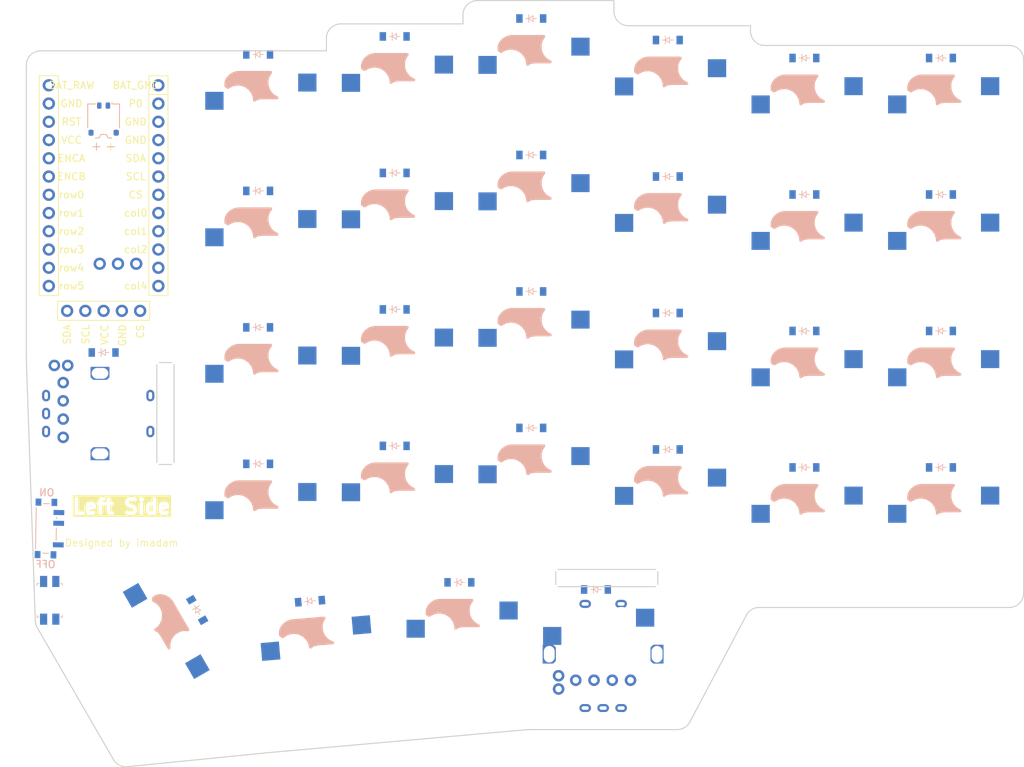
<source format=kicad_pcb>
(kicad_pcb (version 20171130) (host pcbnew 5.1.6)
  (title_block (title "right") (rev "v1.0.0") (company "Unknown"))
  (layers (0 F.Cu signal) (31 B.Cu signal) (34 B.Paste user) (35 F.Paste user) (36 B.SilkS user) (37 F.SilkS user) (38 B.Mask user) (39 F.Mask user) (44 Edge.Cuts user))
  (net 0 "")
  (net 1 "col0")
  (net 2 "mirror_outer_bottom")
  (net 3 "GND")
  (net 4 "D1")
  (net 5 "D2")
  (net 6 "mirror_outer_home")
  (net 7 "mirror_outer_top")
  (net 8 "mirror_outer_num")
  (net 9 "col1")
  (net 10 "mirror_pinky_bottom")
  (net 11 "mirror_pinky_home")
  (net 12 "mirror_pinky_top")
  (net 13 "mirror_pinky_num")
  (net 14 "col2")
  (net 15 "mirror_ring_bottom")
  (net 16 "mirror_ring_home")
  (net 17 "mirror_ring_top")
  (net 18 "mirror_ring_num")
  (net 19 "col3")
  (net 20 "mirror_middle_bottom")
  (net 21 "mirror_middle_home")
  (net 22 "mirror_middle_top")
  (net 23 "mirror_middle_num")
  (net 24 "col4")
  (net 25 "mirror_index_bottom")
  (net 26 "mirror_index_home")
  (net 27 "mirror_index_top")
  (net 28 "mirror_index_num")
  (net 29 "col5")
  (net 30 "mirror_inner_bottom")
  (net 31 "mirror_inner_home")
  (net 32 "mirror_inner_top")
  (net 33 "mirror_inner_num")
  (net 34 "mirror_home_cluster")
  (net 35 "mirror_layer_cluster")
  (net 36 "mirror_space_cluster")
  (net 37 "mirror_inner_cluster")
  (net 38 "row3")
  (net 39 "row2")
  (net 40 "row1")
  (net 41 "row0")
  (net 42 "row4")
  (net 43 "mirror_scrollwheel_enc")
  (net 44 "ENCA")
  (net 45 "undef")
  (net 46 "scrollwheel_enc")
  (net 47 "ENCB")
  (net 48 "ENCC")
  (net 49 "ENCD")
  (net 50 "UNDEF")
  (net 51 "BAT_RAW")
  (net 52 "RST")
  (net 53 "VCC")
  (net 54 "row5")
  (net 55 "BAT_GND")
  (net 56 "P0")
  (net 57 "SDA")
  (net 58 "SCL")
  (net 59 "CS")
  (net 60 "P107")
  (net 61 "MCU1_24")
  (net 62 "MCU1_1")
  (net 63 "MCU1_23")
  (net 64 "MCU1_2")
  (net 65 "MCU1_22")
  (net 66 "MCU1_3")
  (net 67 "MCU1_21")
  (net 68 "MCU1_4")
  (net 69 "MCU1_20")
  (net 70 "MCU1_5")
  (net 71 "MCU1_19")
  (net 72 "MCU1_6")
  (net 73 "MCU1_18")
  (net 74 "MCU1_7")
  (net 75 "MCU1_17")
  (net 76 "MCU1_8")
  (net 77 "MCU1_16")
  (net 78 "MCU1_9")
  (net 79 "MCU1_15")
  (net 80 "MCU1_10")
  (net 81 "MCU1_14")
  (net 82 "MCU1_11")
  (net 83 "MCU1_13")
  (net 84 "MCU1_12")
  (net 85 "DISP1_1")
  (net 86 "DISP1_2")
  (net 87 "DISP1_4")
  (net 88 "DISP1_5")
  (net 89 "ON_P")
  (footprint "ceoloide:switch_mx" (layer "B.Cu") (at 335 131 0)
    (property "Reference" "S1" hide)
    (pad "" np_thru_hole circle (at 0 0 0) (size 4.1 4.1) (drill 4.1) (layers "*.Cu" "*.Mask"))
    (pad "" np_thru_hole circle (at 5.08 0 0) (size 1.9 1.9) (drill 1.9) (layers "*.Cu" "*.Mask"))
    (pad "" np_thru_hole circle (at -5.08 0 0) (size 1.9 1.9) (drill 1.9) (layers "*.Cu" "*.Mask"))
    (pad "" np_thru_hole circle (at 2.54 -5.08 180) (size 3 3) (drill 3) (layers "F&B.Cu" "*.Mask"))
    (pad "" np_thru_hole circle (at -3.81 -2.54 180) (size 3 3) (drill 3) (layers "F&B.Cu" "*.Mask"))
    (pad "1" smd rect (at -7.085 -2.54 0) (size 2.55 2.5) (layers "B.Cu" "B.Paste" "B.Mask") (net 1 "col0"))
    (pad "2" smd rect (at 5.842 -5.08 0) (size 2.55 2.5) (layers "B.Cu" "B.Paste" "B.Mask") (net 2 "mirror_outer_bottom"))
  )
  (footprint "ceoloide:switch_mx" (layer "B.Cu") (at 335 112 0)
    (property "Reference" "S2" hide)
    (pad "" np_thru_hole circle (at 0 0 0) (size 4.1 4.1) (drill 4.1) (layers "*.Cu" "*.Mask"))
    (pad "" np_thru_hole circle (at 5.08 0 0) (size 1.9 1.9) (drill 1.9) (layers "*.Cu" "*.Mask"))
    (pad "" np_thru_hole circle (at -5.08 0 0) (size 1.9 1.9) (drill 1.9) (layers "*.Cu" "*.Mask"))
    (pad "" np_thru_hole circle (at 2.54 -5.08 180) (size 3 3) (drill 3) (layers "F&B.Cu" "*.Mask"))
    (pad "" np_thru_hole circle (at -3.81 -2.54 180) (size 3 3) (drill 3) (layers "F&B.Cu" "*.Mask"))
    (pad "1" smd rect (at -7.085 -2.54 0) (size 2.55 2.5) (layers "B.Cu" "B.Paste" "B.Mask") (net 1 "col0"))
    (pad "2" smd rect (at 5.842 -5.08 0) (size 2.55 2.5) (layers "B.Cu" "B.Paste" "B.Mask") (net 6 "mirror_outer_home"))
  )
  (footprint "ceoloide:switch_mx" (layer "B.Cu") (at 335 93 0)
    (property "Reference" "S3" hide)
    (pad "" np_thru_hole circle (at 0 0 0) (size 4.1 4.1) (drill 4.1) (layers "*.Cu" "*.Mask"))
    (pad "" np_thru_hole circle (at 5.08 0 0) (size 1.9 1.9) (drill 1.9) (layers "*.Cu" "*.Mask"))
    (pad "" np_thru_hole circle (at -5.08 0 0) (size 1.9 1.9) (drill 1.9) (layers "*.Cu" "*.Mask"))
    (pad "" np_thru_hole circle (at 2.54 -5.08 180) (size 3 3) (drill 3) (layers "F&B.Cu" "*.Mask"))
    (pad "" np_thru_hole circle (at -3.81 -2.54 180) (size 3 3) (drill 3) (layers "F&B.Cu" "*.Mask"))
    (pad "1" smd rect (at -7.085 -2.54 0) (size 2.55 2.5) (layers "B.Cu" "B.Paste" "B.Mask") (net 1 "col0"))
    (pad "2" smd rect (at 5.842 -5.08 0) (size 2.55 2.5) (layers "B.Cu" "B.Paste" "B.Mask") (net 7 "mirror_outer_top"))
  )
  (footprint "ceoloide:switch_mx" (layer "B.Cu") (at 335 74 0)
    (property "Reference" "S4" hide)
    (pad "" np_thru_hole circle (at 0 0 0) (size 4.1 4.1) (drill 4.1) (layers "*.Cu" "*.Mask"))
    (pad "" np_thru_hole circle (at 5.08 0 0) (size 1.9 1.9) (drill 1.9) (layers "*.Cu" "*.Mask"))
    (pad "" np_thru_hole circle (at -5.08 0 0) (size 1.9 1.9) (drill 1.9) (layers "*.Cu" "*.Mask"))
    (pad "" np_thru_hole circle (at 2.54 -5.08 180) (size 3 3) (drill 3) (layers "F&B.Cu" "*.Mask"))
    (pad "" np_thru_hole circle (at -3.81 -2.54 180) (size 3 3) (drill 3) (layers "F&B.Cu" "*.Mask"))
    (pad "1" smd rect (at -7.085 -2.54 0) (size 2.55 2.5) (layers "B.Cu" "B.Paste" "B.Mask") (net 1 "col0"))
    (pad "2" smd rect (at 5.842 -5.08 0) (size 2.55 2.5) (layers "B.Cu" "B.Paste" "B.Mask") (net 8 "mirror_outer_num"))
  )
  (footprint "ceoloide:switch_mx" (layer "B.Cu") (at 316 131 0)
    (property "Reference" "S5" hide)
    (pad "" np_thru_hole circle (at 0 0 0) (size 4.1 4.1) (drill 4.1) (layers "*.Cu" "*.Mask"))
    (pad "" np_thru_hole circle (at 5.08 0 0) (size 1.9 1.9) (drill 1.9) (layers "*.Cu" "*.Mask"))
    (pad "" np_thru_hole circle (at -5.08 0 0) (size 1.9 1.9) (drill 1.9) (layers "*.Cu" "*.Mask"))
    (pad "" np_thru_hole circle (at 2.54 -5.08 180) (size 3 3) (drill 3) (layers "F&B.Cu" "*.Mask"))
    (pad "" np_thru_hole circle (at -3.81 -2.54 180) (size 3 3) (drill 3) (layers "F&B.Cu" "*.Mask"))
    (pad "1" smd rect (at -7.085 -2.54 0) (size 2.55 2.5) (layers "B.Cu" "B.Paste" "B.Mask") (net 9 "col1"))
    (pad "2" smd rect (at 5.842 -5.08 0) (size 2.55 2.5) (layers "B.Cu" "B.Paste" "B.Mask") (net 10 "mirror_pinky_bottom"))
  )
  (footprint "ceoloide:switch_mx" (layer "B.Cu") (at 316 112 0)
    (property "Reference" "S6" hide)
    (pad "" np_thru_hole circle (at 0 0 0) (size 4.1 4.1) (drill 4.1) (layers "*.Cu" "*.Mask"))
    (pad "" np_thru_hole circle (at 5.08 0 0) (size 1.9 1.9) (drill 1.9) (layers "*.Cu" "*.Mask"))
    (pad "" np_thru_hole circle (at -5.08 0 0) (size 1.9 1.9) (drill 1.9) (layers "*.Cu" "*.Mask"))
    (pad "" np_thru_hole circle (at 2.54 -5.08 180) (size 3 3) (drill 3) (layers "F&B.Cu" "*.Mask"))
    (pad "" np_thru_hole circle (at -3.81 -2.54 180) (size 3 3) (drill 3) (layers "F&B.Cu" "*.Mask"))
    (pad "1" smd rect (at -7.085 -2.54 0) (size 2.55 2.5) (layers "B.Cu" "B.Paste" "B.Mask") (net 9 "col1"))
    (pad "2" smd rect (at 5.842 -5.08 0) (size 2.55 2.5) (layers "B.Cu" "B.Paste" "B.Mask") (net 11 "mirror_pinky_home"))
  )
  (footprint "ceoloide:switch_mx" (layer "B.Cu") (at 316 93 0)
    (property "Reference" "S7" hide)
    (pad "" np_thru_hole circle (at 0 0 0) (size 4.1 4.1) (drill 4.1) (layers "*.Cu" "*.Mask"))
    (pad "" np_thru_hole circle (at 5.08 0 0) (size 1.9 1.9) (drill 1.9) (layers "*.Cu" "*.Mask"))
    (pad "" np_thru_hole circle (at -5.08 0 0) (size 1.9 1.9) (drill 1.9) (layers "*.Cu" "*.Mask"))
    (pad "" np_thru_hole circle (at 2.54 -5.08 180) (size 3 3) (drill 3) (layers "F&B.Cu" "*.Mask"))
    (pad "" np_thru_hole circle (at -3.81 -2.54 180) (size 3 3) (drill 3) (layers "F&B.Cu" "*.Mask"))
    (pad "1" smd rect (at -7.085 -2.54 0) (size 2.55 2.5) (layers "B.Cu" "B.Paste" "B.Mask") (net 9 "col1"))
    (pad "2" smd rect (at 5.842 -5.08 0) (size 2.55 2.5) (layers "B.Cu" "B.Paste" "B.Mask") (net 12 "mirror_pinky_top"))
  )
  (footprint "ceoloide:switch_mx" (layer "B.Cu") (at 316 74 0)
    (property "Reference" "S8" hide)
    (pad "" np_thru_hole circle (at 0 0 0) (size 4.1 4.1) (drill 4.1) (layers "*.Cu" "*.Mask"))
    (pad "" np_thru_hole circle (at 5.08 0 0) (size 1.9 1.9) (drill 1.9) (layers "*.Cu" "*.Mask"))
    (pad "" np_thru_hole circle (at -5.08 0 0) (size 1.9 1.9) (drill 1.9) (layers "*.Cu" "*.Mask"))
    (pad "" np_thru_hole circle (at 2.54 -5.08 180) (size 3 3) (drill 3) (layers "F&B.Cu" "*.Mask"))
    (pad "" np_thru_hole circle (at -3.81 -2.54 180) (size 3 3) (drill 3) (layers "F&B.Cu" "*.Mask"))
    (pad "1" smd rect (at -7.085 -2.54 0) (size 2.55 2.5) (layers "B.Cu" "B.Paste" "B.Mask") (net 9 "col1"))
    (pad "2" smd rect (at 5.842 -5.08 0) (size 2.55 2.5) (layers "B.Cu" "B.Paste" "B.Mask") (net 13 "mirror_pinky_num"))
  )
  (footprint "ceoloide:switch_mx" (layer "B.Cu") (at 297 128.5 0)
    (property "Reference" "S9" hide)
    (pad "" np_thru_hole circle (at 0 0 0) (size 4.1 4.1) (drill 4.1) (layers "*.Cu" "*.Mask"))
    (pad "" np_thru_hole circle (at 5.08 0 0) (size 1.9 1.9) (drill 1.9) (layers "*.Cu" "*.Mask"))
    (pad "" np_thru_hole circle (at -5.08 0 0) (size 1.9 1.9) (drill 1.9) (layers "*.Cu" "*.Mask"))
    (pad "" np_thru_hole circle (at 2.54 -5.08 180) (size 3 3) (drill 3) (layers "F&B.Cu" "*.Mask"))
    (pad "" np_thru_hole circle (at -3.81 -2.54 180) (size 3 3) (drill 3) (layers "F&B.Cu" "*.Mask"))
    (pad "1" smd rect (at -7.085 -2.54 0) (size 2.55 2.5) (layers "B.Cu" "B.Paste" "B.Mask") (net 14 "col2"))
    (pad "2" smd rect (at 5.842 -5.08 0) (size 2.55 2.5) (layers "B.Cu" "B.Paste" "B.Mask") (net 15 "mirror_ring_bottom"))
  )
  (footprint "ceoloide:switch_mx" (layer "B.Cu") (at 297 109.5 0)
    (property "Reference" "S10" hide)
    (pad "" np_thru_hole circle (at 0 0 0) (size 4.1 4.1) (drill 4.1) (layers "*.Cu" "*.Mask"))
    (pad "" np_thru_hole circle (at 5.08 0 0) (size 1.9 1.9) (drill 1.9) (layers "*.Cu" "*.Mask"))
    (pad "" np_thru_hole circle (at -5.08 0 0) (size 1.9 1.9) (drill 1.9) (layers "*.Cu" "*.Mask"))
    (pad "" np_thru_hole circle (at 2.54 -5.08 180) (size 3 3) (drill 3) (layers "F&B.Cu" "*.Mask"))
    (pad "" np_thru_hole circle (at -3.81 -2.54 180) (size 3 3) (drill 3) (layers "F&B.Cu" "*.Mask"))
    (pad "1" smd rect (at -7.085 -2.54 0) (size 2.55 2.5) (layers "B.Cu" "B.Paste" "B.Mask") (net 14 "col2"))
    (pad "2" smd rect (at 5.842 -5.08 0) (size 2.55 2.5) (layers "B.Cu" "B.Paste" "B.Mask") (net 16 "mirror_ring_home"))
  )
  (footprint "ceoloide:switch_mx" (layer "B.Cu") (at 297 90.5 0)
    (property "Reference" "S11" hide)
    (pad "" np_thru_hole circle (at 0 0 0) (size 4.1 4.1) (drill 4.1) (layers "*.Cu" "*.Mask"))
    (pad "" np_thru_hole circle (at 5.08 0 0) (size 1.9 1.9) (drill 1.9) (layers "*.Cu" "*.Mask"))
    (pad "" np_thru_hole circle (at -5.08 0 0) (size 1.9 1.9) (drill 1.9) (layers "*.Cu" "*.Mask"))
    (pad "" np_thru_hole circle (at 2.54 -5.08 180) (size 3 3) (drill 3) (layers "F&B.Cu" "*.Mask"))
    (pad "" np_thru_hole circle (at -3.81 -2.54 180) (size 3 3) (drill 3) (layers "F&B.Cu" "*.Mask"))
    (pad "1" smd rect (at -7.085 -2.54 0) (size 2.55 2.5) (layers "B.Cu" "B.Paste" "B.Mask") (net 14 "col2"))
    (pad "2" smd rect (at 5.842 -5.08 0) (size 2.55 2.5) (layers "B.Cu" "B.Paste" "B.Mask") (net 17 "mirror_ring_top"))
  )
  (footprint "ceoloide:switch_mx" (layer "B.Cu") (at 297 71.5 0)
    (property "Reference" "S12" hide)
    (pad "" np_thru_hole circle (at 0 0 0) (size 4.1 4.1) (drill 4.1) (layers "*.Cu" "*.Mask"))
    (pad "" np_thru_hole circle (at 5.08 0 0) (size 1.9 1.9) (drill 1.9) (layers "*.Cu" "*.Mask"))
    (pad "" np_thru_hole circle (at -5.08 0 0) (size 1.9 1.9) (drill 1.9) (layers "*.Cu" "*.Mask"))
    (pad "" np_thru_hole circle (at 2.54 -5.08 180) (size 3 3) (drill 3) (layers "F&B.Cu" "*.Mask"))
    (pad "" np_thru_hole circle (at -3.81 -2.54 180) (size 3 3) (drill 3) (layers "F&B.Cu" "*.Mask"))
    (pad "1" smd rect (at -7.085 -2.54 0) (size 2.55 2.5) (layers "B.Cu" "B.Paste" "B.Mask") (net 14 "col2"))
    (pad "2" smd rect (at 5.842 -5.08 0) (size 2.55 2.5) (layers "B.Cu" "B.Paste" "B.Mask") (net 18 "mirror_ring_num"))
  )
  (footprint "ceoloide:switch_mx" (layer "B.Cu") (at 278 125.5 0)
    (property "Reference" "S13" hide)
    (pad "" np_thru_hole circle (at 0 0 0) (size 4.1 4.1) (drill 4.1) (layers "*.Cu" "*.Mask"))
    (pad "" np_thru_hole circle (at 5.08 0 0) (size 1.9 1.9) (drill 1.9) (layers "*.Cu" "*.Mask"))
    (pad "" np_thru_hole circle (at -5.08 0 0) (size 1.9 1.9) (drill 1.9) (layers "*.Cu" "*.Mask"))
    (pad "" np_thru_hole circle (at 2.54 -5.08 180) (size 3 3) (drill 3) (layers "F&B.Cu" "*.Mask"))
    (pad "" np_thru_hole circle (at -3.81 -2.54 180) (size 3 3) (drill 3) (layers "F&B.Cu" "*.Mask"))
    (pad "1" smd rect (at -7.085 -2.54 0) (size 2.55 2.5) (layers "B.Cu" "B.Paste" "B.Mask") (net 19 "col3"))
    (pad "2" smd rect (at 5.842 -5.08 0) (size 2.55 2.5) (layers "B.Cu" "B.Paste" "B.Mask") (net 20 "mirror_middle_bottom"))
  )
  (footprint "ceoloide:switch_mx" (layer "B.Cu") (at 278 106.5 0)
    (property "Reference" "S14" hide)
    (pad "" np_thru_hole circle (at 0 0 0) (size 4.1 4.1) (drill 4.1) (layers "*.Cu" "*.Mask"))
    (pad "" np_thru_hole circle (at 5.08 0 0) (size 1.9 1.9) (drill 1.9) (layers "*.Cu" "*.Mask"))
    (pad "" np_thru_hole circle (at -5.08 0 0) (size 1.9 1.9) (drill 1.9) (layers "*.Cu" "*.Mask"))
    (pad "" np_thru_hole circle (at 2.54 -5.08 180) (size 3 3) (drill 3) (layers "F&B.Cu" "*.Mask"))
    (pad "" np_thru_hole circle (at -3.81 -2.54 180) (size 3 3) (drill 3) (layers "F&B.Cu" "*.Mask"))
    (pad "1" smd rect (at -7.085 -2.54 0) (size 2.55 2.5) (layers "B.Cu" "B.Paste" "B.Mask") (net 19 "col3"))
    (pad "2" smd rect (at 5.842 -5.08 0) (size 2.55 2.5) (layers "B.Cu" "B.Paste" "B.Mask") (net 21 "mirror_middle_home"))
  )
  (footprint "ceoloide:switch_mx" (layer "B.Cu") (at 278 87.5 0)
    (property "Reference" "S15" hide)
    (pad "" np_thru_hole circle (at 0 0 0) (size 4.1 4.1) (drill 4.1) (layers "*.Cu" "*.Mask"))
    (pad "" np_thru_hole circle (at 5.08 0 0) (size 1.9 1.9) (drill 1.9) (layers "*.Cu" "*.Mask"))
    (pad "" np_thru_hole circle (at -5.08 0 0) (size 1.9 1.9) (drill 1.9) (layers "*.Cu" "*.Mask"))
    (pad "" np_thru_hole circle (at 2.54 -5.08 180) (size 3 3) (drill 3) (layers "F&B.Cu" "*.Mask"))
    (pad "" np_thru_hole circle (at -3.81 -2.54 180) (size 3 3) (drill 3) (layers "F&B.Cu" "*.Mask"))
    (pad "1" smd rect (at -7.085 -2.54 0) (size 2.55 2.5) (layers "B.Cu" "B.Paste" "B.Mask") (net 19 "col3"))
    (pad "2" smd rect (at 5.842 -5.08 0) (size 2.55 2.5) (layers "B.Cu" "B.Paste" "B.Mask") (net 22 "mirror_middle_top"))
  )
  (footprint "ceoloide:switch_mx" (layer "B.Cu") (at 278 68.5 0)
    (property "Reference" "S16" hide)
    (pad "" np_thru_hole circle (at 0 0 0) (size 4.1 4.1) (drill 4.1) (layers "*.Cu" "*.Mask"))
    (pad "" np_thru_hole circle (at 5.08 0 0) (size 1.9 1.9) (drill 1.9) (layers "*.Cu" "*.Mask"))
    (pad "" np_thru_hole circle (at -5.08 0 0) (size 1.9 1.9) (drill 1.9) (layers "*.Cu" "*.Mask"))
    (pad "" np_thru_hole circle (at 2.54 -5.08 180) (size 3 3) (drill 3) (layers "F&B.Cu" "*.Mask"))
    (pad "" np_thru_hole circle (at -3.81 -2.54 180) (size 3 3) (drill 3) (layers "F&B.Cu" "*.Mask"))
    (pad "1" smd rect (at -7.085 -2.54 0) (size 2.55 2.5) (layers "B.Cu" "B.Paste" "B.Mask") (net 19 "col3"))
    (pad "2" smd rect (at 5.842 -5.08 0) (size 2.55 2.5) (layers "B.Cu" "B.Paste" "B.Mask") (net 23 "mirror_middle_num"))
  )
  (footprint "ceoloide:switch_mx" (layer "B.Cu") (at 259 128 0)
    (property "Reference" "S17" hide)
    (pad "" np_thru_hole circle (at 0 0 0) (size 4.1 4.1) (drill 4.1) (layers "*.Cu" "*.Mask"))
    (pad "" np_thru_hole circle (at 5.08 0 0) (size 1.9 1.9) (drill 1.9) (layers "*.Cu" "*.Mask"))
    (pad "" np_thru_hole circle (at -5.08 0 0) (size 1.9 1.9) (drill 1.9) (layers "*.Cu" "*.Mask"))
    (pad "" np_thru_hole circle (at 2.54 -5.08 180) (size 3 3) (drill 3) (layers "F&B.Cu" "*.Mask"))
    (pad "" np_thru_hole circle (at -3.81 -2.54 180) (size 3 3) (drill 3) (layers "F&B.Cu" "*.Mask"))
    (pad "1" smd rect (at -7.085 -2.54 0) (size 2.55 2.5) (layers "B.Cu" "B.Paste" "B.Mask") (net 24 "col4"))
    (pad "2" smd rect (at 5.842 -5.08 0) (size 2.55 2.5) (layers "B.Cu" "B.Paste" "B.Mask") (net 25 "mirror_index_bottom"))
  )
  (footprint "ceoloide:switch_mx" (layer "B.Cu") (at 259 109 0)
    (property "Reference" "S18" hide)
    (pad "" np_thru_hole circle (at 0 0 0) (size 4.1 4.1) (drill 4.1) (layers "*.Cu" "*.Mask"))
    (pad "" np_thru_hole circle (at 5.08 0 0) (size 1.9 1.9) (drill 1.9) (layers "*.Cu" "*.Mask"))
    (pad "" np_thru_hole circle (at -5.08 0 0) (size 1.9 1.9) (drill 1.9) (layers "*.Cu" "*.Mask"))
    (pad "" np_thru_hole circle (at 2.54 -5.08 180) (size 3 3) (drill 3) (layers "F&B.Cu" "*.Mask"))
    (pad "" np_thru_hole circle (at -3.81 -2.54 180) (size 3 3) (drill 3) (layers "F&B.Cu" "*.Mask"))
    (pad "1" smd rect (at -7.085 -2.54 0) (size 2.55 2.5) (layers "B.Cu" "B.Paste" "B.Mask") (net 24 "col4"))
    (pad "2" smd rect (at 5.842 -5.08 0) (size 2.55 2.5) (layers "B.Cu" "B.Paste" "B.Mask") (net 26 "mirror_index_home"))
  )
  (footprint "ceoloide:switch_mx" (layer "B.Cu") (at 259 90 0)
    (property "Reference" "S19" hide)
    (pad "" np_thru_hole circle (at 0 0 0) (size 4.1 4.1) (drill 4.1) (layers "*.Cu" "*.Mask"))
    (pad "" np_thru_hole circle (at 5.08 0 0) (size 1.9 1.9) (drill 1.9) (layers "*.Cu" "*.Mask"))
    (pad "" np_thru_hole circle (at -5.08 0 0) (size 1.9 1.9) (drill 1.9) (layers "*.Cu" "*.Mask"))
    (pad "" np_thru_hole circle (at 2.54 -5.08 180) (size 3 3) (drill 3) (layers "F&B.Cu" "*.Mask"))
    (pad "" np_thru_hole circle (at -3.81 -2.54 180) (size 3 3) (drill 3) (layers "F&B.Cu" "*.Mask"))
    (pad "1" smd rect (at -7.085 -2.54 0) (size 2.55 2.5) (layers "B.Cu" "B.Paste" "B.Mask") (net 24 "col4"))
    (pad "2" smd rect (at 5.842 -5.08 0) (size 2.55 2.5) (layers "B.Cu" "B.Paste" "B.Mask") (net 27 "mirror_index_top"))
  )
  (footprint "ceoloide:switch_mx" (layer "B.Cu") (at 259 71 0)
    (property "Reference" "S20" hide)
    (pad "" np_thru_hole circle (at 0 0 0) (size 4.1 4.1) (drill 4.1) (layers "*.Cu" "*.Mask"))
    (pad "" np_thru_hole circle (at 5.08 0 0) (size 1.9 1.9) (drill 1.9) (layers "*.Cu" "*.Mask"))
    (pad "" np_thru_hole circle (at -5.08 0 0) (size 1.9 1.9) (drill 1.9) (layers "*.Cu" "*.Mask"))
    (pad "" np_thru_hole circle (at 2.54 -5.08 180) (size 3 3) (drill 3) (layers "F&B.Cu" "*.Mask"))
    (pad "" np_thru_hole circle (at -3.81 -2.54 180) (size 3 3) (drill 3) (layers "F&B.Cu" "*.Mask"))
    (pad "1" smd rect (at -7.085 -2.54 0) (size 2.55 2.5) (layers "B.Cu" "B.Paste" "B.Mask") (net 24 "col4"))
    (pad "2" smd rect (at 5.842 -5.08 0) (size 2.55 2.5) (layers "B.Cu" "B.Paste" "B.Mask") (net 28 "mirror_index_num"))
  )
  (footprint "ceoloide:switch_mx" (layer "B.Cu") (at 240 130.5 0)
    (property "Reference" "S21" hide)
    (pad "" np_thru_hole circle (at 0 0 0) (size 4.1 4.1) (drill 4.1) (layers "*.Cu" "*.Mask"))
    (pad "" np_thru_hole circle (at 5.08 0 0) (size 1.9 1.9) (drill 1.9) (layers "*.Cu" "*.Mask"))
    (pad "" np_thru_hole circle (at -5.08 0 0) (size 1.9 1.9) (drill 1.9) (layers "*.Cu" "*.Mask"))
    (pad "" np_thru_hole circle (at 2.54 -5.08 180) (size 3 3) (drill 3) (layers "F&B.Cu" "*.Mask"))
    (pad "" np_thru_hole circle (at -3.81 -2.54 180) (size 3 3) (drill 3) (layers "F&B.Cu" "*.Mask"))
    (pad "1" smd rect (at -7.085 -2.54 0) (size 2.55 2.5) (layers "B.Cu" "B.Paste" "B.Mask") (net 29 "col5"))
    (pad "2" smd rect (at 5.842 -5.08 0) (size 2.55 2.5) (layers "B.Cu" "B.Paste" "B.Mask") (net 30 "mirror_inner_bottom"))
  )
  (footprint "ceoloide:switch_mx" (layer "B.Cu") (at 240 111.5 0)
    (property "Reference" "S22" hide)
    (pad "" np_thru_hole circle (at 0 0 0) (size 4.1 4.1) (drill 4.1) (layers "*.Cu" "*.Mask"))
    (pad "" np_thru_hole circle (at 5.08 0 0) (size 1.9 1.9) (drill 1.9) (layers "*.Cu" "*.Mask"))
    (pad "" np_thru_hole circle (at -5.08 0 0) (size 1.9 1.9) (drill 1.9) (layers "*.Cu" "*.Mask"))
    (pad "" np_thru_hole circle (at 2.54 -5.08 180) (size 3 3) (drill 3) (layers "F&B.Cu" "*.Mask"))
    (pad "" np_thru_hole circle (at -3.81 -2.54 180) (size 3 3) (drill 3) (layers "F&B.Cu" "*.Mask"))
    (pad "1" smd rect (at -7.085 -2.54 0) (size 2.55 2.5) (layers "B.Cu" "B.Paste" "B.Mask") (net 29 "col5"))
    (pad "2" smd rect (at 5.842 -5.08 0) (size 2.55 2.5) (layers "B.Cu" "B.Paste" "B.Mask") (net 31 "mirror_inner_home"))
  )
  (footprint "ceoloide:switch_mx" (layer "B.Cu") (at 240 92.5 0)
    (property "Reference" "S23" hide)
    (pad "" np_thru_hole circle (at 0 0 0) (size 4.1 4.1) (drill 4.1) (layers "*.Cu" "*.Mask"))
    (pad "" np_thru_hole circle (at 5.08 0 0) (size 1.9 1.9) (drill 1.9) (layers "*.Cu" "*.Mask"))
    (pad "" np_thru_hole circle (at -5.08 0 0) (size 1.9 1.9) (drill 1.9) (layers "*.Cu" "*.Mask"))
    (pad "" np_thru_hole circle (at 2.54 -5.08 180) (size 3 3) (drill 3) (layers "F&B.Cu" "*.Mask"))
    (pad "" np_thru_hole circle (at -3.81 -2.54 180) (size 3 3) (drill 3) (layers "F&B.Cu" "*.Mask"))
    (pad "1" smd rect (at -7.085 -2.54 0) (size 2.55 2.5) (layers "B.Cu" "B.Paste" "B.Mask") (net 29 "col5"))
    (pad "2" smd rect (at 5.842 -5.08 0) (size 2.55 2.5) (layers "B.Cu" "B.Paste" "B.Mask") (net 32 "mirror_inner_top"))
  )
  (footprint "ceoloide:switch_mx" (layer "B.Cu") (at 240 73.5 0)
    (property "Reference" "S24" hide)
    (pad "" np_thru_hole circle (at 0 0 0) (size 4.1 4.1) (drill 4.1) (layers "*.Cu" "*.Mask"))
    (pad "" np_thru_hole circle (at 5.08 0 0) (size 1.9 1.9) (drill 1.9) (layers "*.Cu" "*.Mask"))
    (pad "" np_thru_hole circle (at -5.08 0 0) (size 1.9 1.9) (drill 1.9) (layers "*.Cu" "*.Mask"))
    (pad "" np_thru_hole circle (at 2.54 -5.08 180) (size 3 3) (drill 3) (layers "F&B.Cu" "*.Mask"))
    (pad "" np_thru_hole circle (at -3.81 -2.54 180) (size 3 3) (drill 3) (layers "F&B.Cu" "*.Mask"))
    (pad "1" smd rect (at -7.085 -2.54 0) (size 2.55 2.5) (layers "B.Cu" "B.Paste" "B.Mask") (net 29 "col5"))
    (pad "2" smd rect (at 5.842 -5.08 0) (size 2.55 2.5) (layers "B.Cu" "B.Paste" "B.Mask") (net 33 "mirror_inner_num"))
  )
  (footprint "ceoloide:switch_mx" (layer "B.Cu") (at 268 147 0)
    (property "Reference" "S25" hide)
    (pad "" np_thru_hole circle (at 0 0 0) (size 4.1 4.1) (drill 4.1) (layers "*.Cu" "*.Mask"))
    (pad "" np_thru_hole circle (at 5.08 0 0) (size 1.9 1.9) (drill 1.9) (layers "*.Cu" "*.Mask"))
    (pad "" np_thru_hole circle (at -5.08 0 0) (size 1.9 1.9) (drill 1.9) (layers "*.Cu" "*.Mask"))
    (pad "" np_thru_hole circle (at 2.54 -5.08 180) (size 3 3) (drill 3) (layers "F&B.Cu" "*.Mask"))
    (pad "" np_thru_hole circle (at -3.81 -2.54 180) (size 3 3) (drill 3) (layers "F&B.Cu" "*.Mask"))
    (pad "1" smd rect (at -7.085 -2.54 0) (size 2.55 2.5) (layers "B.Cu" "B.Paste" "B.Mask") (net 19 "col3"))
    (pad "2" smd rect (at 5.842 -5.08 0) (size 2.55 2.5) (layers "B.Cu" "B.Paste" "B.Mask") (net 34 "mirror_home_cluster"))
  )
  (footprint "ceoloide:switch_mx" (layer "B.Cu") (at 248 149.5 5)
    (property "Reference" "S26" hide)
    (pad "" np_thru_hole circle (at 0 0 5) (size 4.1 4.1) (drill 4.1) (layers "*.Cu" "*.Mask"))
    (pad "" np_thru_hole circle (at 5.08 0 5) (size 1.9 1.9) (drill 1.9) (layers "*.Cu" "*.Mask"))
    (pad "" np_thru_hole circle (at -5.08 0 5) (size 1.9 1.9) (drill 1.9) (layers "*.Cu" "*.Mask"))
    (pad "" np_thru_hole circle (at 2.54 -5.08 180) (size 3 3) (drill 3) (layers "F&B.Cu" "*.Mask"))
    (pad "" np_thru_hole circle (at -3.81 -2.54 180) (size 3 3) (drill 3) (layers "F&B.Cu" "*.Mask"))
    (pad "1" smd rect (at -7.085 -2.54 5) (size 2.55 2.5) (layers "B.Cu" "B.Paste" "B.Mask") (net 24 "col4"))
    (pad "2" smd rect (at 5.842 -5.08 5) (size 2.55 2.5) (layers "B.Cu" "B.Paste" "B.Mask") (net 35 "mirror_layer_cluster"))
  )
  (footprint "ceoloide:switch_mx" (layer "B.Cu") (at 223.222647 147.2132953 -60)
    (property "Reference" "S27" hide)
    (pad "" np_thru_hole circle (at 0 0 -60) (size 4.1 4.1) (drill 4.1) (layers "*.Cu" "*.Mask"))
    (pad "" np_thru_hole circle (at 5.08 0 -60) (size 1.9 1.9) (drill 1.9) (layers "*.Cu" "*.Mask"))
    (pad "" np_thru_hole circle (at -5.08 0 -60) (size 1.9 1.9) (drill 1.9) (layers "*.Cu" "*.Mask"))
    (pad "" np_thru_hole circle (at 2.54 -5.08 180) (size 3 3) (drill 3) (layers "F&B.Cu" "*.Mask"))
    (pad "" np_thru_hole circle (at -3.81 -2.54 180) (size 3 3) (drill 3) (layers "F&B.Cu" "*.Mask"))
    (pad "1" smd rect (at -7.085 -2.54 -60) (size 2.55 2.5) (layers "B.Cu" "B.Paste" "B.Mask") (net 29 "col5"))
    (pad "2" smd rect (at 5.842 -5.08 -60) (size 2.55 2.5) (layers "B.Cu" "B.Paste" "B.Mask") (net 36 "mirror_space_cluster"))
  )
  (footprint "ceoloide:switch_mx" (layer "B.Cu") (at 287 148 0)
    (property "Reference" "S28" hide)
    (pad "" np_thru_hole circle (at 0 0 0) (size 4.1 4.1) (drill 4.1) (layers "*.Cu" "*.Mask"))
    (pad "" np_thru_hole circle (at 5.08 0 0) (size 1.9 1.9) (drill 1.9) (layers "*.Cu" "*.Mask"))
    (pad "" np_thru_hole circle (at -5.08 0 0) (size 1.9 1.9) (drill 1.9) (layers "*.Cu" "*.Mask"))
    (pad "" np_thru_hole circle (at 2.54 -5.08 180) (size 3 3) (drill 3) (layers "F&B.Cu" "*.Mask"))
    (pad "" np_thru_hole circle (at -3.81 -2.54 180) (size 3 3) (drill 3) (layers "F&B.Cu" "*.Mask"))
    (pad "1" smd rect (at -7.085 -2.54 0) (size 2.55 2.5) (layers "B.Cu" "B.Paste" "B.Mask") (net 14 "col2"))
    (pad "2" smd rect (at 5.842 -5.08 0) (size 2.55 2.5) (layers "B.Cu" "B.Paste" "B.Mask") (net 37 "mirror_inner_cluster"))
  )
  (footprint "ceoloide:diode_tht_sod123" (layer "B.Cu") (at 334 122 0)
    (property "Reference" "D1" hide)
    (pad "1" smd rect (at -1.65 0 0) (size 0.9 1.2) (layers "B.Cu" "B.Paste" "B.Mask") (net 38 "row3"))
    (pad "2" smd rect (at 1.65 0 0) (size 0.9 1.2) (layers "B.Cu" "B.Paste" "B.Mask") (net 2 "mirror_outer_bottom"))
  )
  (footprint "ceoloide:diode_tht_sod123" (layer "B.Cu") (at 334 103 0)
    (property "Reference" "D2" hide)
    (pad "1" smd rect (at -1.65 0 0) (size 0.9 1.2) (layers "B.Cu" "B.Paste" "B.Mask") (net 39 "row2"))
    (pad "2" smd rect (at 1.65 0 0) (size 0.9 1.2) (layers "B.Cu" "B.Paste" "B.Mask") (net 6 "mirror_outer_home"))
  )
  (footprint "ceoloide:diode_tht_sod123" (layer "B.Cu") (at 334 84 0)
    (property "Reference" "D3" hide)
    (pad "1" smd rect (at -1.65 0 0) (size 0.9 1.2) (layers "B.Cu" "B.Paste" "B.Mask") (net 40 "row1"))
    (pad "2" smd rect (at 1.65 0 0) (size 0.9 1.2) (layers "B.Cu" "B.Paste" "B.Mask") (net 7 "mirror_outer_top"))
  )
  (footprint "ceoloide:diode_tht_sod123" (layer "B.Cu") (at 334 65 0)
    (property "Reference" "D4" hide)
    (pad "1" smd rect (at -1.65 0 0) (size 0.9 1.2) (layers "B.Cu" "B.Paste" "B.Mask") (net 41 "row0"))
    (pad "2" smd rect (at 1.65 0 0) (size 0.9 1.2) (layers "B.Cu" "B.Paste" "B.Mask") (net 8 "mirror_outer_num"))
  )
  (footprint "ceoloide:diode_tht_sod123" (layer "B.Cu") (at 315 122 0)
    (property "Reference" "D5" hide)
    (pad "1" smd rect (at -1.65 0 0) (size 0.9 1.2) (layers "B.Cu" "B.Paste" "B.Mask") (net 38 "row3"))
    (pad "2" smd rect (at 1.65 0 0) (size 0.9 1.2) (layers "B.Cu" "B.Paste" "B.Mask") (net 10 "mirror_pinky_bottom"))
  )
  (footprint "ceoloide:diode_tht_sod123" (layer "B.Cu") (at 315 103 0)
    (property "Reference" "D6" hide)
    (pad "1" smd rect (at -1.65 0 0) (size 0.9 1.2) (layers "B.Cu" "B.Paste" "B.Mask") (net 39 "row2"))
    (pad "2" smd rect (at 1.65 0 0) (size 0.9 1.2) (layers "B.Cu" "B.Paste" "B.Mask") (net 11 "mirror_pinky_home"))
  )
  (footprint "ceoloide:diode_tht_sod123" (layer "B.Cu") (at 315 84 0)
    (property "Reference" "D7" hide)
    (pad "1" smd rect (at -1.65 0 0) (size 0.9 1.2) (layers "B.Cu" "B.Paste" "B.Mask") (net 40 "row1"))
    (pad "2" smd rect (at 1.65 0 0) (size 0.9 1.2) (layers "B.Cu" "B.Paste" "B.Mask") (net 12 "mirror_pinky_top"))
  )
  (footprint "ceoloide:diode_tht_sod123" (layer "B.Cu") (at 315 65 0)
    (property "Reference" "D8" hide)
    (pad "1" smd rect (at -1.65 0 0) (size 0.9 1.2) (layers "B.Cu" "B.Paste" "B.Mask") (net 41 "row0"))
    (pad "2" smd rect (at 1.65 0 0) (size 0.9 1.2) (layers "B.Cu" "B.Paste" "B.Mask") (net 13 "mirror_pinky_num"))
  )
  (footprint "ceoloide:diode_tht_sod123" (layer "B.Cu") (at 296 119.5 0)
    (property "Reference" "D9" hide)
    (pad "1" smd rect (at -1.65 0 0) (size 0.9 1.2) (layers "B.Cu" "B.Paste" "B.Mask") (net 38 "row3"))
    (pad "2" smd rect (at 1.65 0 0) (size 0.9 1.2) (layers "B.Cu" "B.Paste" "B.Mask") (net 15 "mirror_ring_bottom"))
  )
  (footprint "ceoloide:diode_tht_sod123" (layer "B.Cu") (at 296 100.5 0)
    (property "Reference" "D10" hide)
    (pad "1" smd rect (at -1.65 0 0) (size 0.9 1.2) (layers "B.Cu" "B.Paste" "B.Mask") (net 39 "row2"))
    (pad "2" smd rect (at 1.65 0 0) (size 0.9 1.2) (layers "B.Cu" "B.Paste" "B.Mask") (net 16 "mirror_ring_home"))
  )
  (footprint "ceoloide:diode_tht_sod123" (layer "B.Cu") (at 296 81.5 0)
    (property "Reference" "D11" hide)
    (pad "1" smd rect (at -1.65 0 0) (size 0.9 1.2) (layers "B.Cu" "B.Paste" "B.Mask") (net 40 "row1"))
    (pad "2" smd rect (at 1.65 0 0) (size 0.9 1.2) (layers "B.Cu" "B.Paste" "B.Mask") (net 17 "mirror_ring_top"))
  )
  (footprint "ceoloide:diode_tht_sod123" (layer "B.Cu") (at 296 62.5 0)
    (property "Reference" "D12" hide)
    (pad "1" smd rect (at -1.65 0 0) (size 0.9 1.2) (layers "B.Cu" "B.Paste" "B.Mask") (net 41 "row0"))
    (pad "2" smd rect (at 1.65 0 0) (size 0.9 1.2) (layers "B.Cu" "B.Paste" "B.Mask") (net 18 "mirror_ring_num"))
  )
  (footprint "ceoloide:diode_tht_sod123" (layer "B.Cu") (at 277 116.5 0)
    (property "Reference" "D13" hide)
    (pad "1" smd rect (at -1.65 0 0) (size 0.9 1.2) (layers "B.Cu" "B.Paste" "B.Mask") (net 38 "row3"))
    (pad "2" smd rect (at 1.65 0 0) (size 0.9 1.2) (layers "B.Cu" "B.Paste" "B.Mask") (net 20 "mirror_middle_bottom"))
  )
  (footprint "ceoloide:diode_tht_sod123" (layer "B.Cu") (at 277 97.5 0)
    (property "Reference" "D14" hide)
    (pad "1" smd rect (at -1.65 0 0) (size 0.9 1.2) (layers "B.Cu" "B.Paste" "B.Mask") (net 39 "row2"))
    (pad "2" smd rect (at 1.65 0 0) (size 0.9 1.2) (layers "B.Cu" "B.Paste" "B.Mask") (net 21 "mirror_middle_home"))
  )
  (footprint "ceoloide:diode_tht_sod123" (layer "B.Cu") (at 277 78.5 0)
    (property "Reference" "D15" hide)
    (pad "1" smd rect (at -1.65 0 0) (size 0.9 1.2) (layers "B.Cu" "B.Paste" "B.Mask") (net 40 "row1"))
    (pad "2" smd rect (at 1.65 0 0) (size 0.9 1.2) (layers "B.Cu" "B.Paste" "B.Mask") (net 22 "mirror_middle_top"))
  )
  (footprint "ceoloide:diode_tht_sod123" (layer "B.Cu") (at 277 59.5 0)
    (property "Reference" "D16" hide)
    (pad "1" smd rect (at -1.65 0 0) (size 0.9 1.2) (layers "B.Cu" "B.Paste" "B.Mask") (net 41 "row0"))
    (pad "2" smd rect (at 1.65 0 0) (size 0.9 1.2) (layers "B.Cu" "B.Paste" "B.Mask") (net 23 "mirror_middle_num"))
  )
  (footprint "ceoloide:diode_tht_sod123" (layer "B.Cu") (at 258 119 0)
    (property "Reference" "D17" hide)
    (pad "1" smd rect (at -1.65 0 0) (size 0.9 1.2) (layers "B.Cu" "B.Paste" "B.Mask") (net 38 "row3"))
    (pad "2" smd rect (at 1.65 0 0) (size 0.9 1.2) (layers "B.Cu" "B.Paste" "B.Mask") (net 25 "mirror_index_bottom"))
  )
  (footprint "ceoloide:diode_tht_sod123" (layer "B.Cu") (at 258 100 0)
    (property "Reference" "D18" hide)
    (pad "1" smd rect (at -1.65 0 0) (size 0.9 1.2) (layers "B.Cu" "B.Paste" "B.Mask") (net 39 "row2"))
    (pad "2" smd rect (at 1.65 0 0) (size 0.9 1.2) (layers "B.Cu" "B.Paste" "B.Mask") (net 26 "mirror_index_home"))
  )
  (footprint "ceoloide:diode_tht_sod123" (layer "B.Cu") (at 258 81 0)
    (property "Reference" "D19" hide)
    (pad "1" smd rect (at -1.65 0 0) (size 0.9 1.2) (layers "B.Cu" "B.Paste" "B.Mask") (net 40 "row1"))
    (pad "2" smd rect (at 1.65 0 0) (size 0.9 1.2) (layers "B.Cu" "B.Paste" "B.Mask") (net 27 "mirror_index_top"))
  )
  (footprint "ceoloide:diode_tht_sod123" (layer "B.Cu") (at 258 62 0)
    (property "Reference" "D20" hide)
    (pad "1" smd rect (at -1.65 0 0) (size 0.9 1.2) (layers "B.Cu" "B.Paste" "B.Mask") (net 41 "row0"))
    (pad "2" smd rect (at 1.65 0 0) (size 0.9 1.2) (layers "B.Cu" "B.Paste" "B.Mask") (net 28 "mirror_index_num"))
  )
  (footprint "ceoloide:diode_tht_sod123" (layer "B.Cu") (at 239 121.5 0)
    (property "Reference" "D21" hide)
    (pad "1" smd rect (at -1.65 0 0) (size 0.9 1.2) (layers "B.Cu" "B.Paste" "B.Mask") (net 38 "row3"))
    (pad "2" smd rect (at 1.65 0 0) (size 0.9 1.2) (layers "B.Cu" "B.Paste" "B.Mask") (net 30 "mirror_inner_bottom"))
  )
  (footprint "ceoloide:diode_tht_sod123" (layer "B.Cu") (at 239 102.5 0)
    (property "Reference" "D22" hide)
    (pad "1" smd rect (at -1.65 0 0) (size 0.9 1.2) (layers "B.Cu" "B.Paste" "B.Mask") (net 39 "row2"))
    (pad "2" smd rect (at 1.65 0 0) (size 0.9 1.2) (layers "B.Cu" "B.Paste" "B.Mask") (net 31 "mirror_inner_home"))
  )
  (footprint "ceoloide:diode_tht_sod123" (layer "B.Cu") (at 239 83.5 0)
    (property "Reference" "D23" hide)
    (pad "1" smd rect (at -1.65 0 0) (size 0.9 1.2) (layers "B.Cu" "B.Paste" "B.Mask") (net 40 "row1"))
    (pad "2" smd rect (at 1.65 0 0) (size 0.9 1.2) (layers "B.Cu" "B.Paste" "B.Mask") (net 32 "mirror_inner_top"))
  )
  (footprint "ceoloide:diode_tht_sod123" (layer "B.Cu") (at 239 64.5 0)
    (property "Reference" "D24" hide)
    (pad "1" smd rect (at -1.65 0 0) (size 0.9 1.2) (layers "B.Cu" "B.Paste" "B.Mask") (net 41 "row0"))
    (pad "2" smd rect (at 1.65 0 0) (size 0.9 1.2) (layers "B.Cu" "B.Paste" "B.Mask") (net 33 "mirror_inner_num"))
  )
  (footprint "ceoloide:diode_tht_sod123" (layer "B.Cu") (at 286 139 0)
    (property "Reference" "D25" hide)
    (pad "1" smd rect (at -1.65 0 0) (size 0.9 1.2) (layers "B.Cu" "B.Paste" "B.Mask") (net 42 "row4"))
    (pad "2" smd rect (at 1.65 0 0) (size 0.9 1.2) (layers "B.Cu" "B.Paste" "B.Mask") (net 37 "mirror_inner_cluster"))
  )
  (footprint "ceoloide:diode_tht_sod123" (layer "B.Cu") (at 267 138 0)
    (property "Reference" "D26" hide)
    (pad "1" smd rect (at -1.65 0 0) (size 0.9 1.2) (layers "B.Cu" "B.Paste" "B.Mask") (net 42 "row4"))
    (pad "2" smd rect (at 1.65 0 0) (size 0.9 1.2) (layers "B.Cu" "B.Paste" "B.Mask") (net 34 "mirror_home_cluster"))
  )
  (footprint "ceoloide:diode_tht_sod123" (layer "B.Cu") (at 246.2194036 140.62140349999999 5)
    (property "Reference" "D27" hide)
    (pad "1" smd rect (at -1.65 0 5) (size 0.9 1.2) (layers "B.Cu" "B.Paste" "B.Mask") (net 42 "row4"))
    (pad "2" smd rect (at 1.65 0 5) (size 0.9 1.2) (layers "B.Cu" "B.Paste" "B.Mask") (net 35 "mirror_layer_cluster"))
  )
  (footprint "ceoloide:diode_tht_sod123" (layer "B.Cu") (at 230.5168756 141.8472699 -60)
    (property "Reference" "D28" hide)
    (pad "1" smd rect (at -1.65 0 -60) (size 0.9 1.2) (layers "B.Cu" "B.Paste" "B.Mask") (net 42 "row4"))
    (pad "2" smd rect (at 1.65 0 -60) (size 0.9 1.2) (layers "B.Cu" "B.Paste" "B.Mask") (net 36 "mirror_space_cluster"))
  )
  (module RollerEncoder_Panasonic_EVQWGD001 (layer F.Cu) (at 217.5 114 0)
    (fp_text reference REF**)
    (fp_text value RollerEncoder_Panasonic_EVQWGD001)
    (fp_line (start 9.8 7.3) (end 9.8 -6.3) (layer Edge.Cuts) (width 0.15))
    (fp_line (start 7.4 -6.3) (end 7.4 7.3) (layer Edge.Cuts) (width 0.15))
    (fp_line (start 9.5 -6.6) (end 7.7 -6.6) (layer Edge.Cuts) (width 0.15))
    (fp_line (start 7.7 7.6) (end 9.5 7.6) (layer Edge.Cuts) (width 0.15))
    (pad S1 thru_hole circle (at -6.85 -6.2 0) (size 1.6 1.6) (drill 0.9) (layers *.Cu *.Mask) (net 29 "col5"))
    (pad S2 thru_hole circle (at -5 -6.2 0) (size 1.6 1.6) (drill 0.9) (layers *.Cu *.Mask) (net 43 "mirror_scrollwheel_enc"))
    (pad A thru_hole circle (at -5.625 -3.81 0) (size 1.6 1.6) (drill 0.9) (layers *.Cu *.Mask) (net 44 "ENCA"))
    (pad B thru_hole circle (at -5.625 -1.27 0) (size 1.6 1.6) (drill 0.9) (layers *.Cu *.Mask) (net 3 "GND"))
    (pad C thru_hole circle (at -5.625 1.27 0) (size 1.6 1.6) (drill 0.9) (layers *.Cu *.Mask) (net 44 "ENCA"))
    (pad D thru_hole circle (at -5.625 3.81 0) (size 1.6 1.6) (drill 0.9) (layers *.Cu *.Mask) (net 45 "undef"))
    (pad "" np_thru_hole circle (at -5.625 6.3 0) (size 1.5 1.5) (drill 1.5) (layers *.Cu *.Mask))
  )
  (footprint "ceoloide:diode_tht_sod123" (layer "B.Cu") (at 217.5 106 0)
    (property "Reference" "D29" hide)
    (pad "1" smd rect (at -1.65 0 0) (size 0.9 1.2) (layers "B.Cu" "B.Paste" "B.Mask") (net 39 "row2"))
    (pad "2" smd rect (at 1.65 0 0) (size 0.9 1.2) (layers "B.Cu" "B.Paste" "B.Mask") (net 43 "mirror_scrollwheel_enc"))
  )
  (footprint "ceoloide:rotary_encoder_ec11_ec12" (layer "F.Cu") (at 217 114.5 -90)
    (property "Reference" "RE1" hide)
    (pad "A" thru_hole oval (at 2.5 7.5 -90) (size 1.6 1.1) (drill oval 1 0.5) (layers "*.Cu" "F.Mask") (net 44 "ENCA"))
    (pad "B" thru_hole oval (at 0 7.5 -90) (size 1.6 1.1) (drill oval 1 0.5) (layers "*.Cu" "F.Mask") (net 3 "GND"))
    (pad "C" thru_hole oval (at -2.5 7.5 -90) (size 1.6 1.1) (drill oval 1 0.5) (layers "*.Cu" "F.Mask") (net 47 "ENCB"))
    (pad "S1" thru_hole oval (at -2.5 -7 -90) (size 1.6 1.1) (drill oval 1 0.5) (layers "*.Cu" "F.Mask") (net 29 "col5"))
    (pad "S2" thru_hole oval (at 2.5 -7 -90) (size 1.6 1.1) (drill oval 1 0.5) (layers "*.Cu" "F.Mask") (net 46 "scrollwheel_enc"))
    (pad "" thru_hole roundrect (at -5.6 0 -180) (size 2.5999999999999996 1.8) (drill oval 2.3 1.5) (layers "*.Cu" "*.Mask") (roundrect_rratio 0) (chamfer_ratio 0.2) (chamfer top_right top_left))
    (pad "" thru_hole roundrect (at 5.6 0 -180) (size 2.5999999999999996 1.8) (drill oval 2.3 1.5) (layers "*.Cu" "*.Mask") (roundrect_rratio 0) (chamfer_ratio 0.2) (chamfer bottom_right bottom_left))
  )
  (footprint "ceoloide:rotary_encoder_ec11_ec12" (layer "F.Cu") (at 287 148 0)
    (property "Reference" "RE2" hide)
    (pad "A" thru_hole oval (at 2.5 7.5 0) (size 1.6 1.1) (drill oval 1 0.5) (layers "*.Cu" "F.Mask") (net 48 "ENCC"))
    (pad "B" thru_hole oval (at 0 7.5 0) (size 1.6 1.1) (drill oval 1 0.5) (layers "*.Cu" "F.Mask") (net 3 "GND"))
    (pad "C" thru_hole oval (at -2.5 7.5 0) (size 1.6 1.1) (drill oval 1 0.5) (layers "*.Cu" "F.Mask") (net 49 "ENCD"))
    (pad "S1" thru_hole oval (at -2.5 -7 0) (size 1.6 1.1) (drill oval 1 0.5) (layers "*.Cu" "F.Mask") (net 14 "col2"))
    (pad "S2" thru_hole oval (at 2.5 -7 0) (size 1.6 1.1) (drill oval 1 0.5) (layers "*.Cu" "F.Mask") (net 37 "mirror_inner_cluster"))
    (pad "" thru_hole roundrect (at -7.5 0 -90) (size 2.5999999999999996 1.8) (drill oval 2.3 1.5) (layers "*.Cu" "*.Mask") (roundrect_rratio 0) (chamfer_ratio 0.2) (chamfer top_right top_left))
    (pad "" thru_hole roundrect (at 7.5 0 -90) (size 2.5999999999999996 1.8) (drill oval 2.3 1.5) (layers "*.Cu" "*.Mask") (roundrect_rratio 0) (chamfer_ratio 0.2) (chamfer bottom_right bottom_left))
  )
  (module RollerEncoder_Panasonic_EVQWGD001 (layer F.Cu) (at 287 146 -270)
    (fp_text reference REF**)
    (fp_text value RollerEncoder_Panasonic_EVQWGD001)
    (fp_line (start 9.8 7.3) (end 9.8 -6.3) (layer Edge.Cuts) (width 0.15))
    (fp_line (start 7.4 -6.3) (end 7.4 7.3) (layer Edge.Cuts) (width 0.15))
    (fp_line (start 9.5 -6.6) (end 7.7 -6.6) (layer Edge.Cuts) (width 0.15))
    (fp_line (start 7.7 7.6) (end 9.5 7.6) (layer Edge.Cuts) (width 0.15))
    (pad S1 thru_hole circle (at -6.85 -6.2 -270) (size 1.6 1.6) (drill 0.9) (layers *.Cu *.Mask) (net 14 "col2"))
    (pad S2 thru_hole circle (at -5 -6.2 -270) (size 1.6 1.6) (drill 0.9) (layers *.Cu *.Mask) (net 37 "mirror_inner_cluster"))
    (pad A thru_hole circle (at -5.625 -3.81 -270) (size 1.6 1.6) (drill 0.9) (layers *.Cu *.Mask) (net 48 "ENCC"))
    (pad B thru_hole circle (at -5.625 -1.27 -270) (size 1.6 1.6) (drill 0.9) (layers *.Cu *.Mask) (net 3 "GND"))
    (pad C thru_hole circle (at -5.625 1.27 -270) (size 1.6 1.6) (drill 0.9) (layers *.Cu *.Mask) (net 49 "ENCD"))
    (pad D thru_hole circle (at -5.625 3.81 -270) (size 1.6 1.6) (drill 0.9) (layers *.Cu *.Mask) (net 50 "UNDEF"))
    (pad "" np_thru_hole circle (at -5.625 6.3 -270) (size 1.5 1.5) (drill 1.5) (layers *.Cu *.Mask))
  )
  (footprint "ceoloide:mcu_supermini_nrf52840" (layer "F.Cu") (at 217.5 81.5 0)
    (property "Reference" "MCU1" hide)
    (pad "24" thru_hole circle (at -7.62 -12.7 0) (size 1.7 1.7) (drill 1) (layers "*.Cu" "*.Mask") (net 51 "BAT_RAW"))
    (pad "1" thru_hole circle (at 7.62 -12.7 0) (size 1.7 1.7) (drill 1) (layers "*.Cu" "*.Mask") (net 55 "BAT_GND"))
    (fp_text user "BAT_RAW" (at -4.47 -12.7 0) (layer "F.SilkS"))
    (fp_text user "BAT_GND" (at 4.47 -12.7 0) (layer "F.SilkS"))
    (pad "23" thru_hole circle (at -7.62 -10.16 0) (size 1.7 1.7) (drill 1) (layers "*.Cu" "*.Mask") (net 3 "GND"))
    (pad "2" thru_hole circle (at 7.62 -10.16 0) (size 1.7 1.7) (drill 1) (layers "*.Cu" "*.Mask") (net 56 "P0"))
    (fp_text user "GND" (at -4.47 -10.16 0) (layer "F.SilkS"))
    (fp_text user "P0" (at 4.47 -10.16 0) (layer "F.SilkS"))
    (pad "22" thru_hole circle (at -7.62 -7.619999999999999 0) (size 1.7 1.7) (drill 1) (layers "*.Cu" "*.Mask") (net 52 "RST"))
    (pad "3" thru_hole circle (at 7.62 -7.619999999999999 0) (size 1.7 1.7) (drill 1) (layers "*.Cu" "*.Mask") (net 3 "GND"))
    (fp_text user "RST" (at -4.47 -7.619999999999999 0) (layer "F.SilkS"))
    (fp_text user "GND" (at 4.47 -7.619999999999999 0) (layer "F.SilkS"))
    (pad "21" thru_hole circle (at -7.62 -5.079999999999999 0) (size 1.7 1.7) (drill 1) (layers "*.Cu" "*.Mask") (net 53 "VCC"))
    (pad "4" thru_hole circle (at 7.62 -5.079999999999999 0) (size 1.7 1.7) (drill 1) (layers "*.Cu" "*.Mask") (net 3 "GND"))
    (fp_text user "VCC" (at -4.47 -5.079999999999999 0) (layer "F.SilkS"))
    (fp_text user "GND" (at 4.47 -5.079999999999999 0) (layer "F.SilkS"))
    (pad "20" thru_hole circle (at -7.62 -2.539999999999999 0) (size 1.7 1.7) (drill 1) (layers "*.Cu" "*.Mask") (net 44 "ENCA"))
    (pad "5" thru_hole circle (at 7.62 -2.539999999999999 0) (size 1.7 1.7) (drill 1) (layers "*.Cu" "*.Mask") (net 57 "SDA"))
    (fp_text user "ENCA" (at -4.47 -2.539999999999999 0) (layer "F.SilkS"))
    (fp_text user "SDA" (at 4.47 -2.539999999999999 0) (layer "F.SilkS"))
    (pad "19" thru_hole circle (at -7.62 0 0) (size 1.7 1.7) (drill 1) (layers "*.Cu" "*.Mask") (net 47 "ENCB"))
    (pad "6" thru_hole circle (at 7.62 0 0) (size 1.7 1.7) (drill 1) (layers "*.Cu" "*.Mask") (net 58 "SCL"))
    (fp_text user "ENCB" (at -4.47 0 0) (layer "F.SilkS"))
    (fp_text user "SCL" (at 4.47 0 0) (layer "F.SilkS"))
    (pad "18" thru_hole circle (at -7.62 2.540000000000001 0) (size 1.7 1.7) (drill 1) (layers "*.Cu" "*.Mask") (net 41 "row0"))
    (pad "7" thru_hole circle (at 7.62 2.540000000000001 0) (size 1.7 1.7) (drill 1) (layers "*.Cu" "*.Mask") (net 59 "CS"))
    (fp_text user "row0" (at -4.47 2.540000000000001 0) (layer "F.SilkS"))
    (fp_text user "CS" (at 4.47 2.540000000000001 0) (layer "F.SilkS"))
    (pad "17" thru_hole circle (at -7.62 5.080000000000002 0) (size 1.7 1.7) (drill 1) (layers "*.Cu" "*.Mask") (net 40 "row1"))
    (pad "8" thru_hole circle (at 7.62 5.080000000000002 0) (size 1.7 1.7) (drill 1) (layers "*.Cu" "*.Mask") (net 1 "col0"))
    (fp_text user "row1" (at -4.47 5.080000000000002 0) (layer "F.SilkS"))
    (fp_text user "col0" (at 4.47 5.080000000000002 0) (layer "F.SilkS"))
    (pad "16" thru_hole circle (at -7.62 7.620000000000001 0) (size 1.7 1.7) (drill 1) (layers "*.Cu" "*.Mask") (net 39 "row2"))
    (pad "9" thru_hole circle (at 7.62 7.620000000000001 0) (size 1.7 1.7) (drill 1) (layers "*.Cu" "*.Mask") (net 9 "col1"))
    (fp_text user "row2" (at -4.47 7.620000000000001 0) (layer "F.SilkS"))
    (fp_text user "col1" (at 4.47 7.620000000000001 0) (layer "F.SilkS"))
    (pad "15" thru_hole circle (at -7.62 10.16 0) (size 1.7 1.7) (drill 1) (layers "*.Cu" "*.Mask") (net 38 "row3"))
    (pad "10" thru_hole circle (at 7.62 10.16 0) (size 1.7 1.7) (drill 1) (layers "*.Cu" "*.Mask") (net 14 "col2"))
    (fp_text user "row3" (at -4.47 10.16 0) (layer "F.SilkS"))
    (fp_text user "col2" (at 4.47 10.16 0) (layer "F.SilkS"))
    (pad "14" thru_hole circle (at -7.62 12.7 0) (size 1.7 1.7) (drill 1) (layers "*.Cu" "*.Mask") (net 42 "row4"))
    (pad "11" thru_hole circle (at 7.62 12.7 0) (size 1.7 1.7) (drill 1) (layers "*.Cu" "*.Mask") (net 19 "col3"))
    (fp_text user "row4" (at -4.47 12.7 0) (layer "F.SilkS"))
    (pad "13" thru_hole circle (at -7.62 15.240000000000002 0) (size 1.7 1.7) (drill 1) (layers "*.Cu" "*.Mask") (net 54 "row5"))
    (pad "12" thru_hole circle (at 7.62 15.240000000000002 0) (size 1.7 1.7) (drill 1) (layers "*.Cu" "*.Mask") (net 24 "col4"))
    (fp_text user "row5" (at -4.47 15.240000000000002 0) (layer "F.SilkS"))
    (fp_text user "col4" (at 4.47 15.240000000000002 0) (layer "F.SilkS"))
    (pad "25" thru_hole circle (at 4.54 12.145199999999999 0) (size 1.7 1.7) (drill 1) (layers "*.Cu" "*.Mask") (net 48 "ENCC"))
    (pad "26" thru_hole circle (at 2.00 12.145199999999999 0) (size 1.7 1.7) (drill 1) (layers "*.Cu" "*.Mask") (net 49 "ENCD"))
    (pad "27" thru_hole circle (at -0.54 12.145199999999999 0) (size 1.7 1.7) (drill 1) (layers "*.Cu" "*.Mask") (net 60 "P107"))
  )
  (footprint "ceoloide:display_nice_view" (layer F.Cu) (at 217.5 83.5 0)
    (property "Reference" "DISP1" hide)
    (fp_text user "SDA" (at -5.08 18.5 90) (layer "F.SilkS") (effects (justify right)))
    (fp_text user "SCL" (at -2.48 18.5 90) (layer "F.SilkS") (effects (justify right)))
    (fp_text user "VCC" (at 0.15 18.5 90) (layer "F.SilkS") (effects (justify right)))
    (fp_text user "GND" (at 2.62 18.5 90) (layer "F.SilkS") (effects (justify right)))
    (fp_text user "CS" (at 5.12 18.5 90) (layer "F.SilkS") (effects (justify right)))
    (pad "1" thru_hole oval (at -5.08 16.7 270) (size 1.7 1.7) (drill 1) (layers "*.Cu" "*.Mask") (net 57 "SDA"))
    (pad "2" thru_hole oval (at -2.54 16.7 270) (size 1.7 1.7) (drill 1) (layers "*.Cu" "*.Mask") (net 58 "SCL"))
    (pad "3" thru_hole oval (at 0 16.7 270) (size 1.7 1.7) (drill 1) (layers "*.Cu" "*.Mask") (net 53 "VCC"))
    (pad "4" thru_hole oval (at 2.54 16.7 270) (size 1.7 1.7) (drill 1) (layers "*.Cu" "*.Mask") (net 3 "GND"))
    (pad "5" thru_hole circle (at 5.08 16.7 270) (size 1.7 1.7) (drill 1) (layers "*.Cu" "*.Mask") (net 59 "CS"))
  )
  (footprint "ceoloide:power_switch_smd_side" (layer "B.Cu") (at 209.5 130.5 179)
    (property "Reference" "PWR1" hide)
    (pad "" smd rect (at -1.085 -3.65 449) (size 1 0.8) (layers "B.Cu" "B.Paste" "B.Mask"))
    (pad "" smd rect (at 1.125 -3.65 449) (size 1 0.8) (layers "B.Cu" "B.Paste" "B.Mask"))
    (pad "" smd rect (at -1.085 3.65 449) (size 1 0.8) (layers "B.Cu" "B.Paste" "B.Mask"))
    (pad "" smd rect (at 1.125 3.65 449) (size 1 0.8) (layers "B.Cu" "B.Paste" "B.Mask"))
    (pad "1" smd rect (at -1.735 -2.25 449) (size 0.7 1.5) (layers "B.Cu" "B.Paste" "B.Mask"))
    (pad "2" smd rect (at -1.735 0.75 449) (size 0.7 1.5) (layers "B.Cu" "B.Paste" "B.Mask") (net 51 "BAT_RAW"))
    (pad "3" smd rect (at -1.735 2.25 449) (size 0.7 1.5) (layers "B.Cu" "B.Paste" "B.Mask") (net 89 "ON_P"))
    (fp_text user "ON" (at 0 5 179) (layer "B.SilkS") (effects (justify mirror)))
    (fp_text user "OFF" (at 0 -5 179) (layer "B.SilkS") (effects (justify mirror)))
    (pad "" np_thru_hole circle (at 0.025 -1.5 269) (size 0.9 0.9) (drill 0.9) (layers "*.Cu" "*.Mask"))
    (pad "" np_thru_hole circle (at 0.025 1.5 269) (size 0.9 0.9) (drill 0.9) (layers "*.Cu" "*.Mask"))
  )
  (footprint "ceoloide:battery_connector_molex_pico_ezmate_1x02" (layer "F.Cu") (at 217.5 73.5 0)
    (property "Reference" "CONN1" hide)
    (pad "" smd roundrect (at 1.75 1.9 0) (size 0.7 0.8) (layers "F.Cu" "F.Paste" "F.Mask"))
    (pad "" smd roundrect (at -1.75 1.9 0) (size 0.7 0.8) (layers "F.Cu" "F.Paste" "F.Mask"))
    (pad "2" smd roundrect (at 0.6 -1.875 0) (size 0.6 0.85) (layers "F.Cu" "F.Paste" "F.Mask") (net 55 "BAT_GND"))
    (pad "1" smd roundrect (at -0.6 -1.875 0) (size 0.6 0.85) (layers "F.Cu" "F.Paste" "F.Mask") (net 89 "ON_P"))
    (pad "" smd roundrect (at 1.75 1.9 180) (size 0.7 0.8) (layers "B.Cu" "B.Paste" "B.Mask"))
    (pad "" smd roundrect (at -1.75 1.9 180) (size 0.7 0.8) (layers "B.Cu" "B.Paste" "B.Mask"))
    (pad "1" smd roundrect (at 0.6 -1.875 180) (size 0.6 0.85) (layers "B.Cu" "B.Paste" "B.Mask") (net 89 "ON_P"))
    (pad "2" smd roundrect (at -0.6 -1.875 180) (size 0.6 0.85) (layers "B.Cu" "B.Paste" "B.Mask") (net 55 "BAT_GND"))
  )
  (footprint "ceoloide:reset_switch_smd_side" (layer "B.Cu") (at 210 140.5 90)
    (property "Reference" "RST1" hide)
    (pad "" np_thru_hole circle (at 0 -1.375 270) (size 0.75 0.75) (drill 0.75) (layers "*.Cu" "*.Mask"))
    (pad "" np_thru_hole circle (at 0 1.375 270) (size 0.75 0.75) (drill 0.75) (layers "*.Cu" "*.Mask"))
    (pad "1" smd rect (at -2.625 -0.85 270) (size 1.55 1) (layers "B.Cu" "B.Paste" "B.Mask") (net 52 "RST"))
    (pad "2" smd rect (at -2.625 0.85 270) (size 1.55 1) (layers "B.Cu" "B.Paste" "B.Mask") (net 3 "GND"))
    (pad "3" smd rect (at 2.625 -0.85 270) (size 1.55 1) (layers "B.Cu" "B.Paste" "B.Mask") (net 52 "RST"))
    (pad "4" smd rect (at 2.625 0.85 270) (size 1.55 1) (layers "B.Cu" "B.Paste" "B.Mask") (net 3 "GND"))
  )
  (gr_text "Left Side" (at 220 127.5 0) (layer "F.SilkS" knockout) (effects (font (size 2 2) (thickness 1))))
  (gr_text "Designed by imadam" (at 220 132.5 0) (layer "F.SilkS") (effects (font (size 1 1) (thickness 0))))
  (gr_line (start 345.5 139.5) (end 345.5 65.25) (angle 90) (layer Edge.Cuts) (width 0.15))
  (gr_line (start 309.5 63.25) (end 343.5 63.25) (angle 90) (layer Edge.Cuts) (width 0.15))
  (gr_line (start 307.5 61.25) (end 307.5 60.5) (angle 90) (layer Edge.Cuts) (width 0.15))
  (gr_line (start 307.5 60.5) (end 290.5 60.5) (angle 90) (layer Edge.Cuts) (width 0.15))
  (gr_line (start 288.5 58.5) (end 288.5 57) (angle 90) (layer Edge.Cuts) (width 0.15))
  (gr_line (start 288.5 57) (end 269.5 57) (angle 90) (layer Edge.Cuts) (width 0.15))
  (gr_line (start 267.5 59) (end 267.5 60.25) (angle 90) (layer Edge.Cuts) (width 0.15))
  (gr_line (start 267.5 60.25) (end 250.5 60.25) (angle 90) (layer Edge.Cuts) (width 0.15))
  (gr_line (start 248.5 62.25) (end 248.5 64) (angle 90) (layer Edge.Cuts) (width 0.15))
  (gr_line (start 248.5 64) (end 208.75 64) (angle 90) (layer Edge.Cuts) (width 0.15))
  (gr_line (start 206.75 106.96574600965232) (end 206.75 66) (angle 90) (layer Edge.Cuts) (width 0.15))
  (gr_line (start 206.75117309988272 107.03423600622955) (end 207.99625460365127 143.37096977223428) (angle 90) (layer Edge.Cuts) (width 0.15))
  (gr_line (start 208.26303070376815 144.30247977565728) (end 218.86788505388506 162.67062623666072) (angle 90) (layer Edge.Cuts) (width 0.15))
  (gr_line (start 220.7979516647175 163.66079954553268) (end 240.52417722289758 161.69810342469816) (angle 90) (layer Edge.Cuts) (width 0.15))
  (gr_line (start 240.54510563373 161.69613213357007) (end 276.411630663126 158.5078554) (angle 90) (layer Edge.Cuts) (width 0.15))
  (gr_line (start 276.588718063126 158.5) (end 297.2958372235294 158.5) (angle 90) (layer Edge.Cuts) (width 0.15))
  (gr_line (start 299.06341302352945 157.4357754) (end 306.9365869764706 142.5642246) (angle 90) (layer Edge.Cuts) (width 0.15))
  (gr_line (start 308.7041627764706 141.5) (end 343.5 141.5) (angle 90) (layer Edge.Cuts) (width 0.15))
  (gr_arc (start 343.5 65.25) (end 345.5 65.25) (angle -90) (layer Edge.Cuts) (width 0.15))
  (gr_arc (start 309.5 61.25) (end 307.5 61.25) (angle -90) (layer Edge.Cuts) (width 0.15))
  (gr_arc (start 290.5 58.5) (end 288.5 58.5) (angle -90) (layer Edge.Cuts) (width 0.15))
  (gr_arc (start 269.5 59) (end 269.5 57) (angle -90) (layer Edge.Cuts) (width 0.15))
  (gr_arc (start 250.5 62.25) (end 250.5 60.25) (angle -90) (layer Edge.Cuts) (width 0.15))
  (gr_arc (start 208.75 66) (end 208.75 64) (angle -90) (layer Edge.Cuts) (width 0.15))
  (gr_arc (start 208.75 106.96574600965232) (end 206.75 106.96574600965232) (angle -1.9624776069236987) (layer Edge.Cuts) (width 0.15))
  (gr_arc (start 209.99508150376857 143.30247977565705) (end 207.99625460376856 143.37096977565704) (angle -28.037522501492106) (layer Edge.Cuts) (width 0.15))
  (gr_arc (start 220.59993585388506 161.67062623666072) (end 218.86788505388506 162.67062623666072) (angle -65.68204398214084) (layer Edge.Cuts) (width 0.15))
  (gr_arc (start 240.72219303373 163.68827673357006) (end 240.54510563373 161.69613213357007) (angle -0.6022113717558852) (layer Edge.Cuts) (width 0.15))
  (gr_arc (start 276.588718063126 160.5) (end 276.588718063126 158.5) (angle -5.079832718801299) (layer Edge.Cuts) (width 0.15))
  (gr_arc (start 297.2958372235294 156.5) (end 297.2958372235294 158.5) (angle -62.10272956478565) (layer Edge.Cuts) (width 0.15))
  (gr_arc (start 308.7041627764706 143.5) (end 308.7041627764706 141.5) (angle -62.10272956478488) (layer Edge.Cuts) (width 0.15))
  (gr_arc (start 343.5 139.5) (end 343.5 141.5) (angle -90) (layer Edge.Cuts) (width 0.15))
)
</source>
